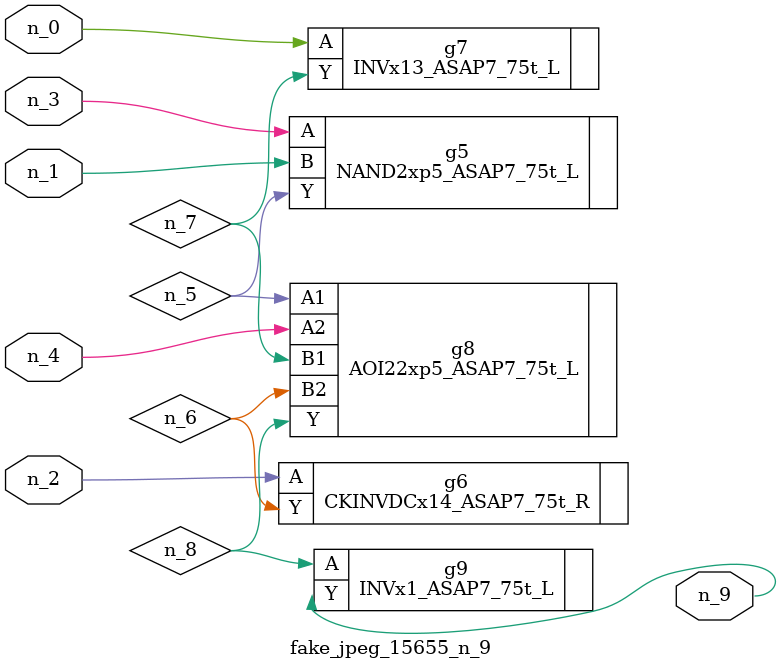
<source format=v>
module fake_jpeg_15655_n_9 (n_3, n_2, n_1, n_0, n_4, n_9);

input n_3;
input n_2;
input n_1;
input n_0;
input n_4;

output n_9;

wire n_8;
wire n_6;
wire n_5;
wire n_7;

NAND2xp5_ASAP7_75t_L g5 ( 
.A(n_3),
.B(n_1),
.Y(n_5)
);

CKINVDCx14_ASAP7_75t_R g6 ( 
.A(n_2),
.Y(n_6)
);

INVx13_ASAP7_75t_L g7 ( 
.A(n_0),
.Y(n_7)
);

AOI22xp5_ASAP7_75t_L g8 ( 
.A1(n_5),
.A2(n_4),
.B1(n_7),
.B2(n_6),
.Y(n_8)
);

INVx1_ASAP7_75t_L g9 ( 
.A(n_8),
.Y(n_9)
);


endmodule
</source>
